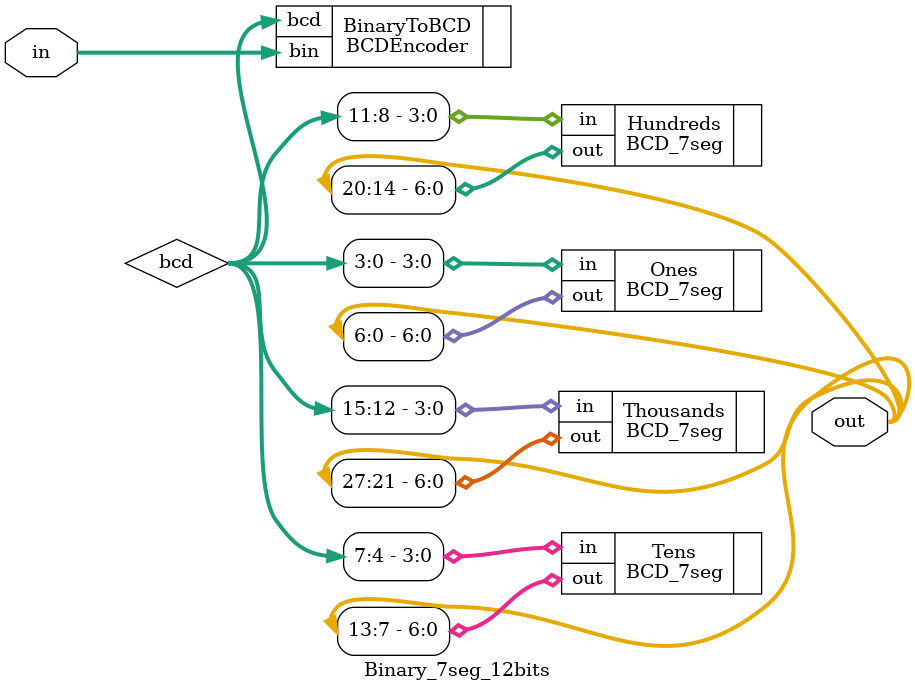
<source format=v>
module Binary_7seg_12bits(
	input [11:0] in, //12 bit input
	output [27:0] out); //4 displays x 7 segments = 28 bit output


wire [15:0] bcd;

BCDEncoder BinaryToBCD(.bin(in), .bcd(bcd));

BCD_7seg Thousands(.in(bcd[15:12]), .out(out[27:21]));
BCD_7seg Hundreds(.in(bcd[11:8]), .out(out[20:14]));
BCD_7seg Tens(.in(bcd[7:4]), .out(out[13:7]));
BCD_7seg Ones(.in(bcd[3:0]), .out(out[6:0]));

endmodule

</source>
